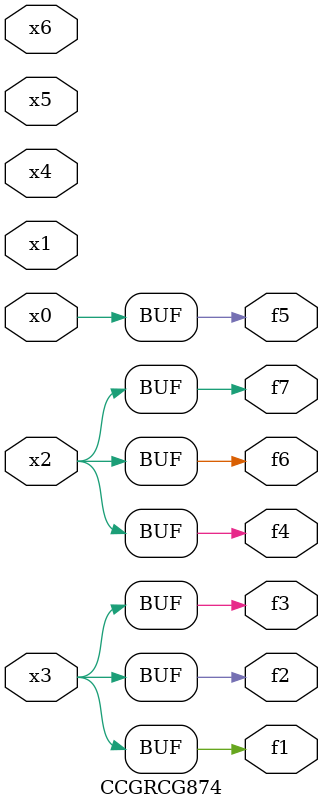
<source format=v>
module CCGRCG874(
	input x0, x1, x2, x3, x4, x5, x6,
	output f1, f2, f3, f4, f5, f6, f7
);
	assign f1 = x3;
	assign f2 = x3;
	assign f3 = x3;
	assign f4 = x2;
	assign f5 = x0;
	assign f6 = x2;
	assign f7 = x2;
endmodule

</source>
